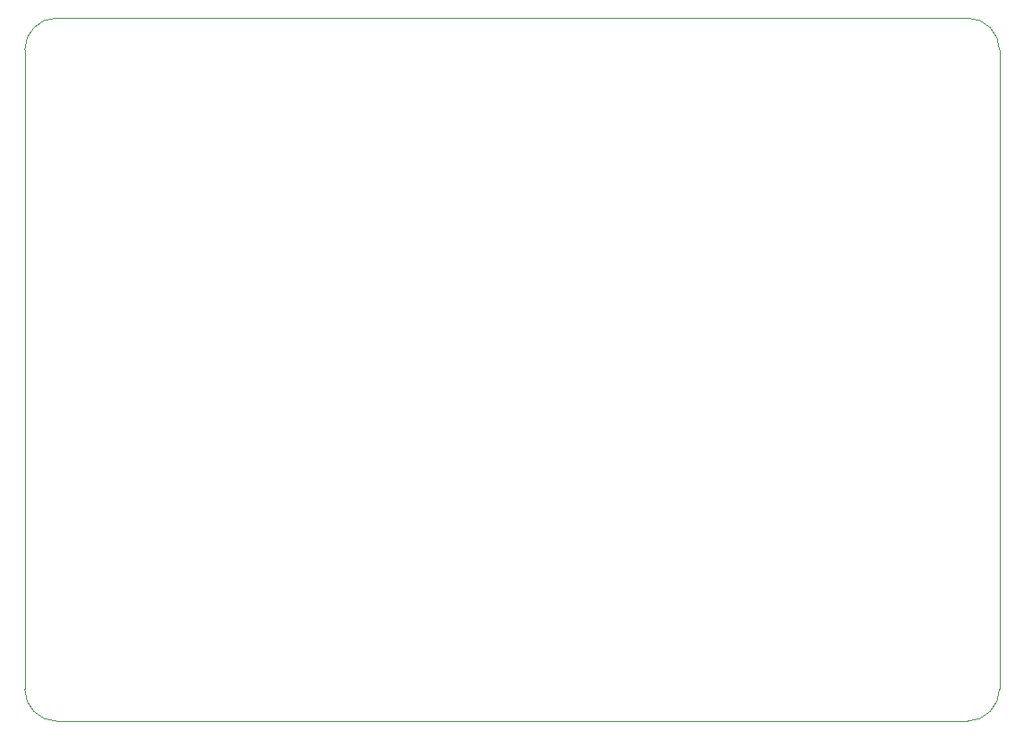
<source format=gbr>
%TF.GenerationSoftware,KiCad,Pcbnew,(5.1.6-0-10_14)*%
%TF.CreationDate,2021-11-24T09:42:12-06:00*%
%TF.ProjectId,EE514 Board (JLC),45453531-3420-4426-9f61-726420284a4c,rev?*%
%TF.SameCoordinates,Original*%
%TF.FileFunction,Profile,NP*%
%FSLAX46Y46*%
G04 Gerber Fmt 4.6, Leading zero omitted, Abs format (unit mm)*
G04 Created by KiCad (PCBNEW (5.1.6-0-10_14)) date 2021-11-24 09:42:12*
%MOMM*%
%LPD*%
G01*
G04 APERTURE LIST*
%TA.AperFunction,Profile*%
%ADD10C,0.050000*%
%TD*%
G04 APERTURE END LIST*
D10*
X198882000Y-70612000D02*
X198882000Y-131064000D01*
X106680000Y-70612000D02*
G75*
G02*
X109728000Y-67564000I3048000J0D01*
G01*
X109728000Y-134112000D02*
G75*
G02*
X106680000Y-131064000I0J3048000D01*
G01*
X198882000Y-131064000D02*
G75*
G02*
X195834000Y-134112000I-3048000J0D01*
G01*
X106680000Y-131064000D02*
X106680000Y-70612000D01*
X195834000Y-67564000D02*
G75*
G02*
X198882000Y-70612000I0J-3048000D01*
G01*
X195834000Y-134112000D02*
X109728000Y-134112000D01*
X109728000Y-67564000D02*
X195834000Y-67564000D01*
M02*

</source>
